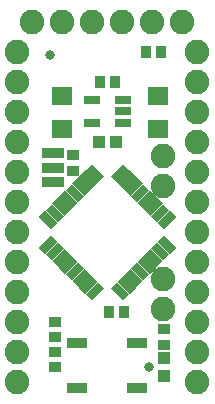
<source format=gbr>
G04 EAGLE Gerber RS-274X export*
G75*
%MOMM*%
%FSLAX34Y34*%
%LPD*%
%INSoldermask Top*%
%IPPOS*%
%AMOC8*
5,1,8,0,0,1.08239X$1,22.5*%
G01*
%ADD10R,1.103200X0.903200*%
%ADD11R,1.803200X1.603200*%
%ADD12R,0.903200X1.103200*%
%ADD13R,1.003200X1.003200*%
%ADD14R,1.727200X0.965200*%
%ADD15R,1.403200X0.753200*%
%ADD16C,2.082800*%
%ADD17R,1.903200X0.903200*%
%ADD18R,1.473200X0.762000*%
%ADD19R,0.762000X1.473200*%
%ADD20C,0.838200*%


D10*
X59690Y191620D03*
X59690Y204620D03*
D11*
X50800Y227300D03*
X50800Y255300D03*
D12*
X95400Y266700D03*
X82400Y266700D03*
D13*
X96400Y215900D03*
X81400Y215900D03*
D10*
X44196Y25504D03*
X44196Y38504D03*
D14*
X114300Y7620D03*
X63500Y7620D03*
X114300Y45720D03*
X63500Y45720D03*
D12*
X103020Y72390D03*
X90020Y72390D03*
D10*
X44196Y50904D03*
X44196Y63904D03*
X137160Y57300D03*
X137160Y44300D03*
D13*
X137160Y17900D03*
X137160Y32900D03*
D15*
X101901Y232308D03*
X101901Y241808D03*
X101901Y251308D03*
X75899Y251308D03*
X75899Y232308D03*
D11*
X132080Y227300D03*
X132080Y255300D03*
D16*
X165100Y292100D03*
X165100Y266700D03*
X165100Y241300D03*
X165100Y215900D03*
X165100Y190500D03*
X165100Y165100D03*
X165100Y139700D03*
X165100Y114300D03*
X165100Y88900D03*
X165100Y63500D03*
X165100Y38100D03*
X165100Y12700D03*
X12700Y12700D03*
X12700Y38100D03*
X12700Y63500D03*
X12700Y88900D03*
X12700Y114300D03*
X12700Y139700D03*
X12700Y165100D03*
X12700Y190500D03*
X12700Y215900D03*
X12700Y241300D03*
X12700Y266700D03*
X12700Y292100D03*
D17*
X43180Y182310D03*
X43180Y194310D03*
X43180Y206310D03*
D16*
X135890Y179070D03*
X135890Y204470D03*
D18*
G36*
X80860Y181950D02*
X70444Y192366D01*
X75832Y197754D01*
X86248Y187338D01*
X80860Y181950D01*
G37*
G36*
X75203Y176293D02*
X64787Y186709D01*
X70175Y192097D01*
X80591Y181681D01*
X75203Y176293D01*
G37*
G36*
X69546Y170637D02*
X59130Y181053D01*
X64518Y186441D01*
X74934Y176025D01*
X69546Y170637D01*
G37*
G36*
X63889Y164980D02*
X53473Y175396D01*
X58861Y180784D01*
X69277Y170368D01*
X63889Y164980D01*
G37*
G36*
X58232Y159323D02*
X47816Y169739D01*
X53204Y175127D01*
X63620Y164711D01*
X58232Y159323D01*
G37*
G36*
X52575Y153666D02*
X42159Y164082D01*
X47547Y169470D01*
X57963Y159054D01*
X52575Y153666D01*
G37*
G36*
X46919Y148009D02*
X36503Y158425D01*
X41891Y163813D01*
X52307Y153397D01*
X46919Y148009D01*
G37*
G36*
X41262Y142352D02*
X30846Y152768D01*
X36234Y158156D01*
X46650Y147740D01*
X41262Y142352D01*
G37*
D19*
G36*
X36234Y121244D02*
X30846Y126632D01*
X41262Y137048D01*
X46650Y131660D01*
X36234Y121244D01*
G37*
G36*
X41891Y115587D02*
X36503Y120975D01*
X46919Y131391D01*
X52307Y126003D01*
X41891Y115587D01*
G37*
G36*
X47547Y109930D02*
X42159Y115318D01*
X52575Y125734D01*
X57963Y120346D01*
X47547Y109930D01*
G37*
G36*
X53204Y104273D02*
X47816Y109661D01*
X58232Y120077D01*
X63620Y114689D01*
X53204Y104273D01*
G37*
G36*
X58861Y98616D02*
X53473Y104004D01*
X63889Y114420D01*
X69277Y109032D01*
X58861Y98616D01*
G37*
G36*
X64518Y92959D02*
X59130Y98347D01*
X69546Y108763D01*
X74934Y103375D01*
X64518Y92959D01*
G37*
G36*
X70175Y87303D02*
X64787Y92691D01*
X75203Y103107D01*
X80591Y97719D01*
X70175Y87303D01*
G37*
G36*
X75832Y81646D02*
X70444Y87034D01*
X80860Y97450D01*
X86248Y92062D01*
X75832Y81646D01*
G37*
D18*
G36*
X101968Y81646D02*
X91552Y92062D01*
X96940Y97450D01*
X107356Y87034D01*
X101968Y81646D01*
G37*
G36*
X107625Y87303D02*
X97209Y97719D01*
X102597Y103107D01*
X113013Y92691D01*
X107625Y87303D01*
G37*
G36*
X113282Y92959D02*
X102866Y103375D01*
X108254Y108763D01*
X118670Y98347D01*
X113282Y92959D01*
G37*
G36*
X118939Y98616D02*
X108523Y109032D01*
X113911Y114420D01*
X124327Y104004D01*
X118939Y98616D01*
G37*
G36*
X124596Y104273D02*
X114180Y114689D01*
X119568Y120077D01*
X129984Y109661D01*
X124596Y104273D01*
G37*
G36*
X130253Y109930D02*
X119837Y120346D01*
X125225Y125734D01*
X135641Y115318D01*
X130253Y109930D01*
G37*
G36*
X135909Y115587D02*
X125493Y126003D01*
X130881Y131391D01*
X141297Y120975D01*
X135909Y115587D01*
G37*
G36*
X141566Y121244D02*
X131150Y131660D01*
X136538Y137048D01*
X146954Y126632D01*
X141566Y121244D01*
G37*
D19*
G36*
X136538Y142352D02*
X131150Y147740D01*
X141566Y158156D01*
X146954Y152768D01*
X136538Y142352D01*
G37*
G36*
X130881Y148009D02*
X125493Y153397D01*
X135909Y163813D01*
X141297Y158425D01*
X130881Y148009D01*
G37*
G36*
X125225Y153666D02*
X119837Y159054D01*
X130253Y169470D01*
X135641Y164082D01*
X125225Y153666D01*
G37*
G36*
X119568Y159323D02*
X114180Y164711D01*
X124596Y175127D01*
X129984Y169739D01*
X119568Y159323D01*
G37*
G36*
X113911Y164980D02*
X108523Y170368D01*
X118939Y180784D01*
X124327Y175396D01*
X113911Y164980D01*
G37*
G36*
X108254Y170637D02*
X102866Y176025D01*
X113282Y186441D01*
X118670Y181053D01*
X108254Y170637D01*
G37*
G36*
X102597Y176293D02*
X97209Y181681D01*
X107625Y192097D01*
X113013Y186709D01*
X102597Y176293D01*
G37*
G36*
X96940Y181950D02*
X91552Y187338D01*
X101968Y197754D01*
X107356Y192366D01*
X96940Y181950D01*
G37*
D16*
X152400Y317500D03*
X127000Y317500D03*
X101600Y317500D03*
X76200Y317500D03*
X50800Y317500D03*
X25400Y317500D03*
D12*
X134516Y292100D03*
X121516Y292100D03*
D16*
X135890Y74422D03*
X135890Y99822D03*
D20*
X40640Y289560D03*
X124460Y25400D03*
M02*

</source>
